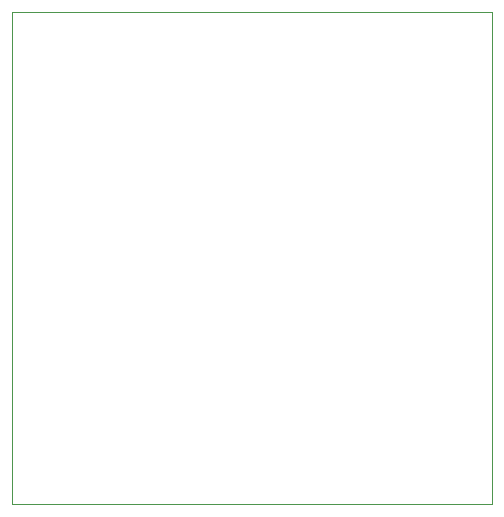
<source format=gm1>
G04 #@! TF.GenerationSoftware,KiCad,Pcbnew,(5.1.10)-1*
G04 #@! TF.CreationDate,2021-07-06T21:05:29-03:00*
G04 #@! TF.ProjectId,BQ25505,42513235-3530-4352-9e6b-696361645f70,rev?*
G04 #@! TF.SameCoordinates,Original*
G04 #@! TF.FileFunction,Profile,NP*
%FSLAX46Y46*%
G04 Gerber Fmt 4.6, Leading zero omitted, Abs format (unit mm)*
G04 Created by KiCad (PCBNEW (5.1.10)-1) date 2021-07-06 21:05:29*
%MOMM*%
%LPD*%
G01*
G04 APERTURE LIST*
G04 #@! TA.AperFunction,Profile*
%ADD10C,0.050000*%
G04 #@! TD*
G04 APERTURE END LIST*
D10*
X153670000Y-127508000D02*
X153670000Y-127762000D01*
X153670000Y-86106000D02*
X153670000Y-127508000D01*
X194310000Y-86106000D02*
X153670000Y-86106000D01*
X194310000Y-127762000D02*
X194310000Y-86106000D01*
X153670000Y-127762000D02*
X194310000Y-127762000D01*
M02*

</source>
